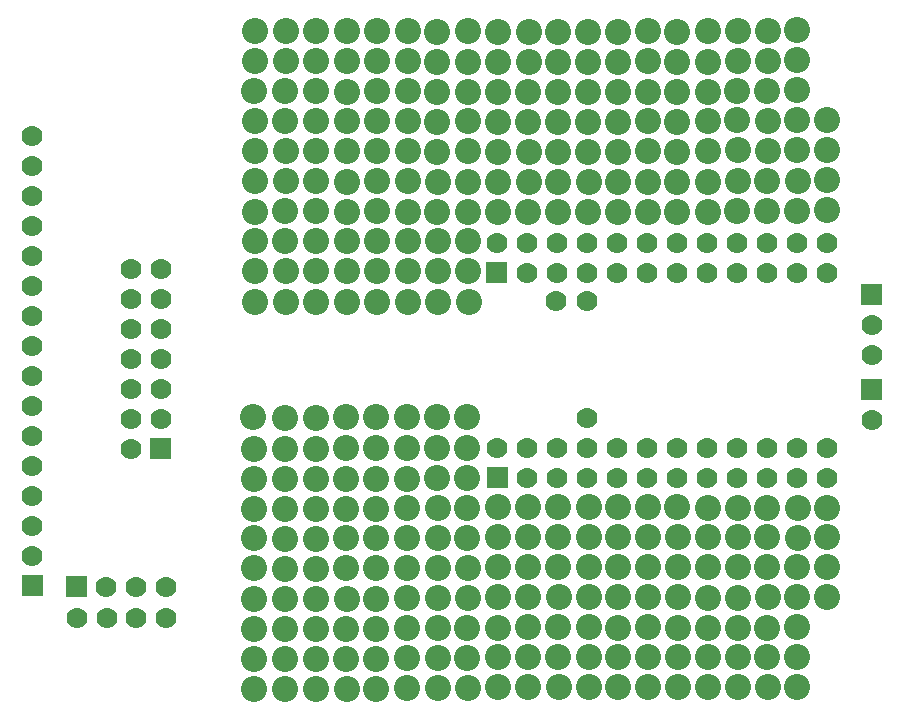
<source format=gbs>
G04 Layer: BottomSolderMaskLayer*
G04 EasyEDA v6.4.31, 2022-02-01 10:24:13*
G04 a2bdee3bbafc4a89820f5aeefba6b781,658f5e24285b455797eae137c281a567,10*
G04 Gerber Generator version 0.2*
G04 Scale: 100 percent, Rotated: No, Reflected: No *
G04 Dimensions in millimeters *
G04 leading zeros omitted , absolute positions ,4 integer and 5 decimal *
%FSLAX45Y45*%
%MOMM*%

%ADD25C,1.7780*%
%ADD26C,2.2032*%

%LPD*%
G36*
X96520Y-5016245D02*
G01*
X96520Y-4838445D01*
X274320Y-4838445D01*
X274320Y-5016245D01*
G37*
D25*
G01*
X184404Y-4672837D03*
G01*
X184404Y-4418837D03*
G01*
X184404Y-4164837D03*
G01*
X184404Y-3910837D03*
G01*
X184404Y-3656837D03*
G01*
X184404Y-3402837D03*
G01*
X184404Y-3148837D03*
G01*
X184404Y-2894837D03*
G01*
X184404Y-2640837D03*
G01*
X184404Y-2386837D03*
G01*
X184404Y-2132837D03*
G01*
X184404Y-1878837D03*
G01*
X184404Y-1624837D03*
G01*
X184404Y-1370837D03*
G01*
X184404Y-1116837D03*
G36*
X468629Y-5022595D02*
G01*
X468629Y-4844795D01*
X646429Y-4844795D01*
X646429Y-5022595D01*
G37*
G01*
X810768Y-4934712D03*
G01*
X1064768Y-4934712D03*
G01*
X1318768Y-4934712D03*
G01*
X7289977Y-2974847D03*
G01*
X7289977Y-2720847D03*
G36*
X7201154Y-2550160D02*
G01*
X7201154Y-2372360D01*
X7378954Y-2372360D01*
X7378954Y-2550160D01*
G37*
G36*
X1184147Y-3854195D02*
G01*
X1184147Y-3676395D01*
X1361947Y-3676395D01*
X1361947Y-3854195D01*
G37*
G01*
X1020063Y-3765042D03*
G01*
X1274063Y-3511042D03*
G01*
X1020063Y-3511042D03*
G01*
X1274063Y-3257042D03*
G01*
X1020063Y-3257042D03*
G01*
X1274063Y-3003042D03*
G01*
X1020063Y-3003042D03*
G01*
X1274063Y-2749042D03*
G01*
X1020063Y-2749042D03*
G01*
X1274063Y-2495042D03*
G01*
X1020063Y-2495042D03*
G01*
X1274063Y-2241042D03*
G01*
X1020063Y-2241042D03*
G36*
X7203439Y-3354070D02*
G01*
X7203439Y-3176270D01*
X7381239Y-3176270D01*
X7381239Y-3354070D01*
G37*
G01*
X7292594Y-3520694D03*
G01*
X4884165Y-2517902D03*
G01*
X4621529Y-2518155D03*
D26*
G01*
X2589276Y-229107D03*
G01*
X2589276Y-484123D03*
G01*
X2587497Y-739139D03*
G01*
X2588005Y-990854D03*
G01*
X2589276Y-1244854D03*
G01*
X2590037Y-1501139D03*
G01*
X2588260Y-1756155D03*
G01*
X2588768Y-2007870D03*
G01*
X2590037Y-2261870D03*
G01*
X2846578Y-232155D03*
G01*
X2846578Y-487171D03*
G01*
X2844800Y-742187D03*
G01*
X2845307Y-993902D03*
G01*
X2846578Y-1247902D03*
G01*
X2847339Y-1504187D03*
G01*
X2845562Y-1759204D03*
G01*
X2846070Y-2010918D03*
G01*
X2847339Y-2264918D03*
G01*
X3102863Y-229615D03*
G01*
X3102863Y-484631D03*
G01*
X3101086Y-739647D03*
G01*
X3101594Y-991362D03*
G01*
X3102863Y-1245362D03*
G01*
X3103626Y-1501647D03*
G01*
X3101847Y-1756663D03*
G01*
X3102355Y-2008378D03*
G01*
X3103626Y-2262378D03*
G01*
X3366262Y-231902D03*
G01*
X3366262Y-486918D03*
G01*
X3364484Y-741934D03*
G01*
X3364992Y-993647D03*
G01*
X3366262Y-1247647D03*
G01*
X3367023Y-1503934D03*
G01*
X3365245Y-1758950D03*
G01*
X3615181Y-235457D03*
G01*
X3615181Y-490473D03*
G01*
X3613404Y-745489D03*
G01*
X3613912Y-997204D03*
G01*
X3615181Y-1251204D03*
G01*
X3615944Y-1507489D03*
G01*
X3614165Y-1762505D03*
G01*
X3874007Y-233679D03*
G01*
X3874007Y-488695D03*
G01*
X3872229Y-743712D03*
G01*
X3872737Y-995426D03*
G01*
X3874007Y-1249426D03*
G01*
X3874770Y-1505712D03*
G01*
X3872992Y-1760728D03*
G01*
X4126992Y-237236D03*
G01*
X4126992Y-492252D03*
G01*
X4125213Y-747268D03*
G01*
X4125721Y-998981D03*
G01*
X4126992Y-1252981D03*
G01*
X4127754Y-1509268D03*
G01*
X4125976Y-1764284D03*
G01*
X4385818Y-235457D03*
G01*
X4385818Y-490473D03*
G01*
X4384039Y-745489D03*
G01*
X4384547Y-997204D03*
G01*
X4385818Y-1251204D03*
G01*
X4386579Y-1507489D03*
G01*
X4384802Y-1762505D03*
G01*
X4634737Y-239013D03*
G01*
X4634737Y-494029D03*
G01*
X4632960Y-749045D03*
G01*
X4633468Y-1000760D03*
G01*
X4634737Y-1254760D03*
G01*
X4635500Y-1511045D03*
G01*
X4633721Y-1766062D03*
G01*
X4893563Y-237236D03*
G01*
X4893563Y-492252D03*
G01*
X4891786Y-747268D03*
G01*
X4892294Y-998981D03*
G01*
X4893563Y-1252981D03*
G01*
X4894326Y-1509268D03*
G01*
X4892547Y-1764284D03*
G01*
X5146294Y-235457D03*
G01*
X5146294Y-490473D03*
G01*
X5144515Y-745489D03*
G01*
X5145023Y-997204D03*
G01*
X5146294Y-1251204D03*
G01*
X5147055Y-1507489D03*
G01*
X5145278Y-1762505D03*
G01*
X5396484Y-232155D03*
G01*
X5396484Y-487171D03*
G01*
X5394705Y-742187D03*
G01*
X5395213Y-993902D03*
G01*
X5396484Y-1247902D03*
G01*
X5397245Y-1504187D03*
G01*
X5395468Y-1759204D03*
G01*
X5645404Y-235712D03*
G01*
X5645404Y-490728D03*
G01*
X5643626Y-745744D03*
G01*
X5644134Y-997457D03*
G01*
X5645404Y-1251457D03*
G01*
X5646165Y-1507744D03*
G01*
X5644387Y-1762760D03*
G01*
X5904229Y-233934D03*
G01*
X5904229Y-488950D03*
G01*
X5902452Y-743965D03*
G01*
X5902960Y-995679D03*
G01*
X5904229Y-1249679D03*
G01*
X5904992Y-1505965D03*
G01*
X5903213Y-1760981D03*
G01*
X6155689Y-225552D03*
G01*
X6155689Y-480568D03*
G01*
X6153912Y-735584D03*
G01*
X6154420Y-987297D03*
G01*
X6155689Y-1241297D03*
G01*
X6156452Y-1497584D03*
G01*
X6154673Y-1752600D03*
G01*
X6410960Y-227329D03*
G01*
X6410960Y-482345D03*
G01*
X6409181Y-737362D03*
G01*
X6409689Y-989076D03*
G01*
X6410960Y-1243076D03*
G01*
X6662420Y-218947D03*
G01*
X6662420Y-473963D03*
G01*
X6660642Y-728979D03*
G01*
X6661150Y-980694D03*
G01*
X6662420Y-1234694D03*
G01*
X6909562Y-982471D03*
G01*
X6910831Y-1236471D03*
G01*
X2588005Y-3766820D03*
G01*
X2588005Y-4021836D03*
G01*
X2586228Y-4276852D03*
G01*
X2586736Y-4528565D03*
G01*
X2588005Y-4782565D03*
G01*
X2588768Y-5038852D03*
G01*
X2586989Y-5293868D03*
G01*
X2587497Y-5545581D03*
G01*
X2588768Y-5799581D03*
G01*
X2844292Y-3764279D03*
G01*
X2844292Y-4019295D03*
G01*
X2842513Y-4274312D03*
G01*
X2843021Y-4526026D03*
G01*
X2844292Y-4780026D03*
G01*
X2845054Y-5036312D03*
G01*
X2843276Y-5291328D03*
G01*
X2843784Y-5543042D03*
G01*
X2845054Y-5797042D03*
G01*
X3097784Y-3764534D03*
G01*
X3097784Y-4019550D03*
G01*
X3096005Y-4274565D03*
G01*
X3096513Y-4526279D03*
G01*
X3097784Y-4780279D03*
G01*
X3098545Y-5036565D03*
G01*
X3096768Y-5291581D03*
G01*
X3097276Y-5543295D03*
G01*
X3098545Y-5797295D03*
G01*
X3353815Y-4266945D03*
G01*
X3354323Y-4518660D03*
G01*
X3355594Y-4772660D03*
G01*
X3356355Y-5028945D03*
G01*
X3354578Y-5283962D03*
G01*
X3355086Y-5535676D03*
G01*
X3356355Y-5789676D03*
G01*
X3616452Y-4266945D03*
G01*
X3616960Y-4518660D03*
G01*
X3618229Y-4772660D03*
G01*
X3618992Y-5028945D03*
G01*
X3617213Y-5283962D03*
G01*
X3617721Y-5535676D03*
G01*
X3618992Y-5789676D03*
G01*
X3867657Y-4267962D03*
G01*
X3868165Y-4519676D03*
G01*
X3869436Y-4773676D03*
G01*
X3870197Y-5029962D03*
G01*
X3868420Y-5284978D03*
G01*
X3868928Y-5536692D03*
G01*
X3870197Y-5790692D03*
G01*
X4125213Y-4263644D03*
G01*
X4125721Y-4515357D03*
G01*
X4126992Y-4769357D03*
G01*
X4127754Y-5025644D03*
G01*
X4125976Y-5280660D03*
G01*
X4126484Y-5532373D03*
G01*
X4127754Y-5786373D03*
G01*
X4380229Y-4260850D03*
G01*
X4380737Y-4512563D03*
G01*
X4382007Y-4766563D03*
G01*
X4382770Y-5022850D03*
G01*
X4380992Y-5277865D03*
G01*
X4381500Y-5529579D03*
G01*
X4382770Y-5783579D03*
G01*
X4637278Y-4260342D03*
G01*
X4637786Y-4512055D03*
G01*
X4639055Y-4766055D03*
G01*
X4639818Y-5022342D03*
G01*
X4638039Y-5277357D03*
G01*
X4638547Y-5529071D03*
G01*
X4639818Y-5783071D03*
G01*
X4894071Y-4261865D03*
G01*
X4894579Y-4513579D03*
G01*
X4895850Y-4767579D03*
G01*
X4896612Y-5023865D03*
G01*
X4894834Y-5278881D03*
G01*
X4895342Y-5530595D03*
G01*
X4896612Y-5784595D03*
G01*
X5141468Y-4263644D03*
G01*
X5141976Y-4515357D03*
G01*
X5143245Y-4769357D03*
G01*
X5144007Y-5025644D03*
G01*
X5142229Y-5280660D03*
G01*
X5142737Y-5532373D03*
G01*
X5144007Y-5786373D03*
G01*
X5394705Y-4261357D03*
G01*
X5395213Y-4513071D03*
G01*
X5396484Y-4767071D03*
G01*
X5397245Y-5023357D03*
G01*
X5395468Y-5278373D03*
G01*
X5395976Y-5530087D03*
G01*
X5397245Y-5784087D03*
G01*
X5646928Y-4263644D03*
G01*
X5647436Y-4515357D03*
G01*
X5648705Y-4769357D03*
G01*
X5649468Y-5025644D03*
G01*
X5647689Y-5280660D03*
G01*
X5648197Y-5532373D03*
G01*
X5649468Y-5786373D03*
G01*
X5903721Y-4265168D03*
G01*
X5904229Y-4516881D03*
G01*
X5905500Y-4770881D03*
G01*
X5906262Y-5027168D03*
G01*
X5904484Y-5282184D03*
G01*
X5904992Y-5533897D03*
G01*
X5906262Y-5787897D03*
G01*
X6155944Y-4264152D03*
G01*
X6156452Y-4515865D03*
G01*
X6157721Y-4769865D03*
G01*
X6158484Y-5026152D03*
G01*
X6156705Y-5281168D03*
G01*
X6157213Y-5532881D03*
G01*
X6158484Y-5786881D03*
G01*
X6409181Y-4769357D03*
G01*
X6409944Y-5025644D03*
G01*
X6408165Y-5280660D03*
G01*
X6408673Y-5532373D03*
G01*
X6409944Y-5786373D03*
G01*
X6661404Y-4768342D03*
G01*
X6662165Y-5024628D03*
G01*
X6660387Y-5279644D03*
G01*
X6660895Y-5531357D03*
G01*
X6662165Y-5785357D03*
G01*
X6914642Y-4768342D03*
G01*
X6915404Y-5024628D03*
D25*
G01*
X6913879Y-2021078D03*
G01*
X6913879Y-2275078D03*
G01*
X6659879Y-2021078D03*
G01*
X6659879Y-2275078D03*
G01*
X6405879Y-2021078D03*
G01*
X6405879Y-2275078D03*
G01*
X6151879Y-2021078D03*
G01*
X6151879Y-2275078D03*
G01*
X5897879Y-2021078D03*
G01*
X5897879Y-2275078D03*
G01*
X5643879Y-2021078D03*
G01*
X5643879Y-2275078D03*
G01*
X5389879Y-2021078D03*
G01*
X5389879Y-2275078D03*
G01*
X5135879Y-2021078D03*
G01*
X5135879Y-2275078D03*
G01*
X4881879Y-2021078D03*
G01*
X4881879Y-2275078D03*
G01*
X4627879Y-2021078D03*
G01*
X4627879Y-2275078D03*
G01*
X4373879Y-2021078D03*
G01*
X4373879Y-2275078D03*
G01*
X4119879Y-2021078D03*
G36*
X4028439Y-2363215D02*
G01*
X4028439Y-2185415D01*
X4206239Y-2185415D01*
X4206239Y-2363215D01*
G37*
G01*
X6912102Y-3763263D03*
G01*
X6912102Y-4017263D03*
G01*
X6658102Y-3763263D03*
G01*
X6658102Y-4017263D03*
G01*
X6404102Y-3763263D03*
G01*
X6404102Y-4017263D03*
G01*
X6150102Y-3763263D03*
G01*
X6150102Y-4017263D03*
G01*
X5896102Y-3763263D03*
G01*
X5896102Y-4017263D03*
G01*
X5642102Y-3763263D03*
G01*
X5642102Y-4017263D03*
G01*
X5388102Y-3763263D03*
G01*
X5388102Y-4017263D03*
G01*
X5134102Y-3763263D03*
G01*
X5134102Y-4017263D03*
G01*
X4880102Y-3763263D03*
G01*
X4880102Y-4017263D03*
G01*
X4626102Y-3763263D03*
G01*
X4626102Y-4017263D03*
G01*
X4372102Y-3763263D03*
G01*
X4372102Y-4017263D03*
G01*
X4118102Y-3763263D03*
G36*
X4030471Y-4097528D02*
G01*
X4030471Y-3919728D01*
X4208271Y-3919728D01*
X4208271Y-4097528D01*
G37*
G01*
X1064768Y-5200142D03*
G01*
X1318260Y-5200142D03*
G01*
X813054Y-5200142D03*
G01*
X559815Y-5200142D03*
D26*
G01*
X6408165Y-4265676D03*
G01*
X6408673Y-4517389D03*
G01*
X6663436Y-4267200D03*
G01*
X6663944Y-4518913D03*
G01*
X6915658Y-4266184D03*
G01*
X6916165Y-4517897D03*
G01*
X6406134Y-1498600D03*
G01*
X6404355Y-1753615D03*
G01*
X6664960Y-1496821D03*
G01*
X6663181Y-1751837D03*
G01*
X6916420Y-1488439D03*
G01*
X6914642Y-1743455D03*
G01*
X3362705Y-2008123D03*
G01*
X3363976Y-2262123D03*
G01*
X3620007Y-2011171D03*
G01*
X3621278Y-2265171D03*
G01*
X3876294Y-2008631D03*
G01*
X3877563Y-2262631D03*
G01*
X3358134Y-3764279D03*
G01*
X3358134Y-4019295D03*
G01*
X3614420Y-3761739D03*
G01*
X3614420Y-4016755D03*
G01*
X3867912Y-3761994D03*
G01*
X3867912Y-4017010D03*
G01*
X2328671Y-230378D03*
G01*
X2328671Y-485394D03*
G01*
X2326894Y-740410D03*
G01*
X2327402Y-992123D03*
G01*
X2328671Y-1246123D03*
G01*
X2329434Y-1502410D03*
G01*
X2327655Y-1757426D03*
G01*
X2328163Y-2009139D03*
G01*
X2329434Y-2263139D03*
G01*
X2324862Y-3766565D03*
G01*
X2324862Y-4021581D03*
G01*
X2323084Y-4276597D03*
G01*
X2323592Y-4528312D03*
G01*
X2324862Y-4782312D03*
G01*
X2325623Y-5038597D03*
G01*
X2323845Y-5293613D03*
G01*
X2324354Y-5545328D03*
G01*
X2325623Y-5799328D03*
G01*
X2067560Y-231394D03*
G01*
X2067560Y-486410D03*
G01*
X2065781Y-741426D03*
G01*
X2066289Y-993139D03*
G01*
X2067560Y-1247139D03*
G01*
X2068321Y-1503426D03*
G01*
X2066544Y-1758442D03*
G01*
X2067052Y-2010155D03*
G01*
X2068321Y-2264155D03*
G01*
X2061463Y-3764787D03*
G01*
X2061463Y-4019804D03*
G01*
X2059686Y-4274820D03*
G01*
X2060194Y-4526534D03*
G01*
X2061463Y-4780534D03*
G01*
X2062226Y-5036820D03*
G01*
X2060447Y-5291836D03*
G01*
X2060955Y-5543550D03*
G01*
X2062226Y-5797550D03*
G01*
X2590292Y-2522220D03*
G01*
X2847594Y-2525268D03*
G01*
X3103879Y-2522728D03*
G01*
X3364229Y-2522473D03*
G01*
X3621531Y-2525521D03*
G01*
X3877818Y-2522981D03*
G01*
X2329687Y-2523489D03*
G01*
X2068576Y-2524505D03*
G01*
X2583179Y-3503929D03*
G01*
X2839465Y-3501389D03*
G01*
X3092957Y-3501644D03*
G01*
X3353307Y-3501389D03*
G01*
X3609594Y-3498850D03*
G01*
X3863086Y-3499104D03*
G01*
X2320036Y-3503676D03*
G01*
X2056637Y-3501897D03*
D25*
G01*
X4880102Y-3503168D03*
M02*

</source>
